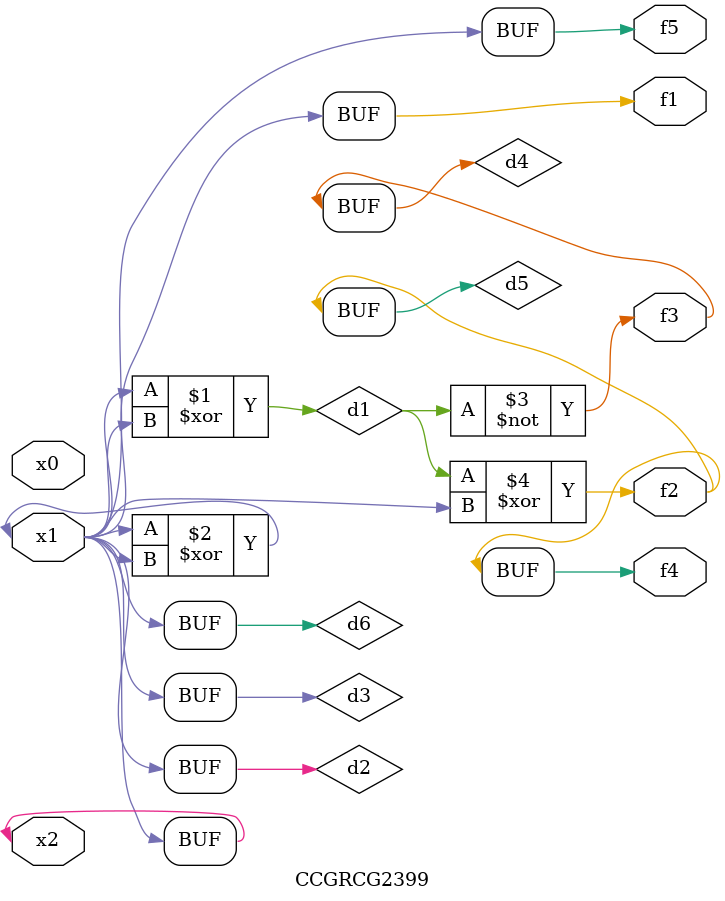
<source format=v>
module CCGRCG2399(
	input x0, x1, x2,
	output f1, f2, f3, f4, f5
);

	wire d1, d2, d3, d4, d5, d6;

	xor (d1, x1, x2);
	buf (d2, x1, x2);
	xor (d3, x1, x2);
	nor (d4, d1);
	xor (d5, d1, d2);
	buf (d6, d2, d3);
	assign f1 = d6;
	assign f2 = d5;
	assign f3 = d4;
	assign f4 = d5;
	assign f5 = d6;
endmodule

</source>
